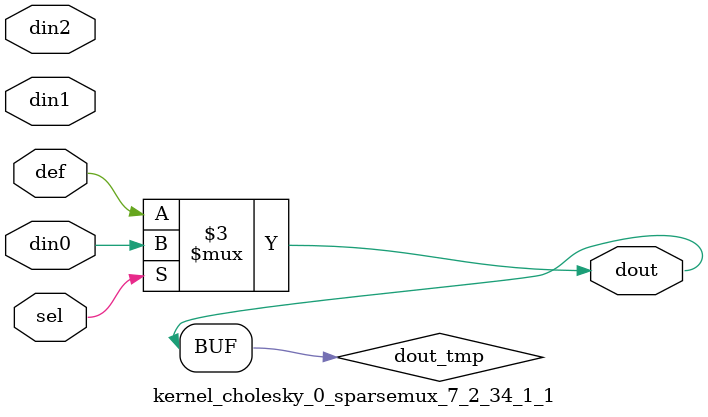
<source format=v>
`timescale 1ns / 1ps

module kernel_cholesky_0_sparsemux_7_2_34_1_1 (din0,din1,din2,def,sel,dout);

parameter din0_WIDTH = 1;

parameter din1_WIDTH = 1;

parameter din2_WIDTH = 1;

parameter def_WIDTH = 1;
parameter sel_WIDTH = 1;
parameter dout_WIDTH = 1;

parameter [sel_WIDTH-1:0] CASE0 = 1;

parameter [sel_WIDTH-1:0] CASE1 = 1;

parameter [sel_WIDTH-1:0] CASE2 = 1;

parameter ID = 1;
parameter NUM_STAGE = 1;



input [din0_WIDTH-1:0] din0;

input [din1_WIDTH-1:0] din1;

input [din2_WIDTH-1:0] din2;

input [def_WIDTH-1:0] def;
input [sel_WIDTH-1:0] sel;

output [dout_WIDTH-1:0] dout;



reg [dout_WIDTH-1:0] dout_tmp;


always @ (*) begin
(* parallel_case *) case (sel)
    
    CASE0 : dout_tmp = din0;
    
    CASE1 : dout_tmp = din1;
    
    CASE2 : dout_tmp = din2;
    
    default : dout_tmp = def;
endcase
end


assign dout = dout_tmp;



endmodule

</source>
